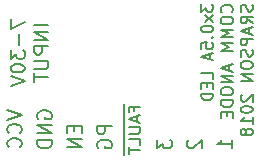
<source format=gbo>
G04 #@! TF.GenerationSoftware,KiCad,Pcbnew,(5.0.1-3-g963ef8bb5)*
G04 #@! TF.CreationDate,2018-11-10T18:30:21+10:30*
G04 #@! TF.ProjectId,rgb-led-board,7267622D6C65642D626F6172642E6B69,1.0*
G04 #@! TF.SameCoordinates,Original*
G04 #@! TF.FileFunction,Legend,Bot*
G04 #@! TF.FilePolarity,Positive*
%FSLAX46Y46*%
G04 Gerber Fmt 4.6, Leading zero omitted, Abs format (unit mm)*
G04 Created by KiCad (PCBNEW (5.0.1-3-g963ef8bb5)) date Saturday, 10 November 2018 at 06:30:21 pm*
%MOMM*%
%LPD*%
G01*
G04 APERTURE LIST*
%ADD10C,0.180000*%
%ADD11C,0.200000*%
G04 APERTURE END LIST*
D10*
X141472880Y-58616357D02*
X141472880Y-59235404D01*
X141853833Y-58902071D01*
X141853833Y-59044928D01*
X141901452Y-59140166D01*
X141949071Y-59187785D01*
X142044309Y-59235404D01*
X142282404Y-59235404D01*
X142377642Y-59187785D01*
X142425261Y-59140166D01*
X142472880Y-59044928D01*
X142472880Y-58759214D01*
X142425261Y-58663976D01*
X142377642Y-58616357D01*
X142472880Y-59568738D02*
X141806214Y-60092547D01*
X141806214Y-59568738D02*
X142472880Y-60092547D01*
X141472880Y-60663976D02*
X141472880Y-60759214D01*
X141520500Y-60854452D01*
X141568119Y-60902071D01*
X141663357Y-60949690D01*
X141853833Y-60997309D01*
X142091928Y-60997309D01*
X142282404Y-60949690D01*
X142377642Y-60902071D01*
X142425261Y-60854452D01*
X142472880Y-60759214D01*
X142472880Y-60663976D01*
X142425261Y-60568738D01*
X142377642Y-60521119D01*
X142282404Y-60473500D01*
X142091928Y-60425880D01*
X141853833Y-60425880D01*
X141663357Y-60473500D01*
X141568119Y-60521119D01*
X141520500Y-60568738D01*
X141472880Y-60663976D01*
X142377642Y-61425880D02*
X142425261Y-61473500D01*
X142472880Y-61425880D01*
X142425261Y-61378261D01*
X142377642Y-61425880D01*
X142472880Y-61425880D01*
X141472880Y-62378261D02*
X141472880Y-61902071D01*
X141949071Y-61854452D01*
X141901452Y-61902071D01*
X141853833Y-61997309D01*
X141853833Y-62235404D01*
X141901452Y-62330642D01*
X141949071Y-62378261D01*
X142044309Y-62425880D01*
X142282404Y-62425880D01*
X142377642Y-62378261D01*
X142425261Y-62330642D01*
X142472880Y-62235404D01*
X142472880Y-61997309D01*
X142425261Y-61902071D01*
X142377642Y-61854452D01*
X142187166Y-62806833D02*
X142187166Y-63283023D01*
X142472880Y-62711595D02*
X141472880Y-63044928D01*
X142472880Y-63378261D01*
X142472880Y-64949690D02*
X142472880Y-64473500D01*
X141472880Y-64473500D01*
X141949071Y-65283023D02*
X141949071Y-65616357D01*
X142472880Y-65759214D02*
X142472880Y-65283023D01*
X141472880Y-65283023D01*
X141472880Y-65759214D01*
X142472880Y-66187785D02*
X141472880Y-66187785D01*
X141472880Y-66425880D01*
X141520500Y-66568738D01*
X141615738Y-66663976D01*
X141710976Y-66711595D01*
X141901452Y-66759214D01*
X142044309Y-66759214D01*
X142234785Y-66711595D01*
X142330023Y-66663976D01*
X142425261Y-66568738D01*
X142472880Y-66425880D01*
X142472880Y-66187785D01*
X144057642Y-59283023D02*
X144105261Y-59235404D01*
X144152880Y-59092547D01*
X144152880Y-58997309D01*
X144105261Y-58854452D01*
X144010023Y-58759214D01*
X143914785Y-58711595D01*
X143724309Y-58663976D01*
X143581452Y-58663976D01*
X143390976Y-58711595D01*
X143295738Y-58759214D01*
X143200500Y-58854452D01*
X143152880Y-58997309D01*
X143152880Y-59092547D01*
X143200500Y-59235404D01*
X143248119Y-59283023D01*
X143152880Y-59902071D02*
X143152880Y-60092547D01*
X143200500Y-60187785D01*
X143295738Y-60283023D01*
X143486214Y-60330642D01*
X143819547Y-60330642D01*
X144010023Y-60283023D01*
X144105261Y-60187785D01*
X144152880Y-60092547D01*
X144152880Y-59902071D01*
X144105261Y-59806833D01*
X144010023Y-59711595D01*
X143819547Y-59663976D01*
X143486214Y-59663976D01*
X143295738Y-59711595D01*
X143200500Y-59806833D01*
X143152880Y-59902071D01*
X144152880Y-60759214D02*
X143152880Y-60759214D01*
X143867166Y-61092547D01*
X143152880Y-61425880D01*
X144152880Y-61425880D01*
X144152880Y-61902071D02*
X143152880Y-61902071D01*
X143867166Y-62235404D01*
X143152880Y-62568738D01*
X144152880Y-62568738D01*
X143867166Y-63759214D02*
X143867166Y-64235404D01*
X144152880Y-63663976D02*
X143152880Y-63997309D01*
X144152880Y-64330642D01*
X144152880Y-64663976D02*
X143152880Y-64663976D01*
X144152880Y-65235404D01*
X143152880Y-65235404D01*
X143152880Y-65902071D02*
X143152880Y-66092547D01*
X143200500Y-66187785D01*
X143295738Y-66283023D01*
X143486214Y-66330642D01*
X143819547Y-66330642D01*
X144010023Y-66283023D01*
X144105261Y-66187785D01*
X144152880Y-66092547D01*
X144152880Y-65902071D01*
X144105261Y-65806833D01*
X144010023Y-65711595D01*
X143819547Y-65663976D01*
X143486214Y-65663976D01*
X143295738Y-65711595D01*
X143200500Y-65806833D01*
X143152880Y-65902071D01*
X144152880Y-66759214D02*
X143152880Y-66759214D01*
X143152880Y-66997309D01*
X143200500Y-67140166D01*
X143295738Y-67235404D01*
X143390976Y-67283023D01*
X143581452Y-67330642D01*
X143724309Y-67330642D01*
X143914785Y-67283023D01*
X144010023Y-67235404D01*
X144105261Y-67140166D01*
X144152880Y-66997309D01*
X144152880Y-66759214D01*
X143629071Y-67759214D02*
X143629071Y-68092547D01*
X144152880Y-68235404D02*
X144152880Y-67759214D01*
X143152880Y-67759214D01*
X143152880Y-68235404D01*
X145785261Y-58663976D02*
X145832880Y-58806833D01*
X145832880Y-59044928D01*
X145785261Y-59140166D01*
X145737642Y-59187785D01*
X145642404Y-59235404D01*
X145547166Y-59235404D01*
X145451928Y-59187785D01*
X145404309Y-59140166D01*
X145356690Y-59044928D01*
X145309071Y-58854452D01*
X145261452Y-58759214D01*
X145213833Y-58711595D01*
X145118595Y-58663976D01*
X145023357Y-58663976D01*
X144928119Y-58711595D01*
X144880500Y-58759214D01*
X144832880Y-58854452D01*
X144832880Y-59092547D01*
X144880500Y-59235404D01*
X145832880Y-60235404D02*
X145356690Y-59902071D01*
X145832880Y-59663976D02*
X144832880Y-59663976D01*
X144832880Y-60044928D01*
X144880500Y-60140166D01*
X144928119Y-60187785D01*
X145023357Y-60235404D01*
X145166214Y-60235404D01*
X145261452Y-60187785D01*
X145309071Y-60140166D01*
X145356690Y-60044928D01*
X145356690Y-59663976D01*
X145547166Y-60616357D02*
X145547166Y-61092547D01*
X145832880Y-60521119D02*
X144832880Y-60854452D01*
X145832880Y-61187785D01*
X145832880Y-61521119D02*
X144832880Y-61521119D01*
X144832880Y-61902071D01*
X144880500Y-61997309D01*
X144928119Y-62044928D01*
X145023357Y-62092547D01*
X145166214Y-62092547D01*
X145261452Y-62044928D01*
X145309071Y-61997309D01*
X145356690Y-61902071D01*
X145356690Y-61521119D01*
X145785261Y-62473500D02*
X145832880Y-62616357D01*
X145832880Y-62854452D01*
X145785261Y-62949690D01*
X145737642Y-62997309D01*
X145642404Y-63044928D01*
X145547166Y-63044928D01*
X145451928Y-62997309D01*
X145404309Y-62949690D01*
X145356690Y-62854452D01*
X145309071Y-62663976D01*
X145261452Y-62568738D01*
X145213833Y-62521119D01*
X145118595Y-62473500D01*
X145023357Y-62473500D01*
X144928119Y-62521119D01*
X144880500Y-62568738D01*
X144832880Y-62663976D01*
X144832880Y-62902071D01*
X144880500Y-63044928D01*
X144832880Y-63663976D02*
X144832880Y-63854452D01*
X144880500Y-63949690D01*
X144975738Y-64044928D01*
X145166214Y-64092547D01*
X145499547Y-64092547D01*
X145690023Y-64044928D01*
X145785261Y-63949690D01*
X145832880Y-63854452D01*
X145832880Y-63663976D01*
X145785261Y-63568738D01*
X145690023Y-63473500D01*
X145499547Y-63425880D01*
X145166214Y-63425880D01*
X144975738Y-63473500D01*
X144880500Y-63568738D01*
X144832880Y-63663976D01*
X145832880Y-64521119D02*
X144832880Y-64521119D01*
X145832880Y-65092547D01*
X144832880Y-65092547D01*
X144928119Y-66283023D02*
X144880500Y-66330642D01*
X144832880Y-66425880D01*
X144832880Y-66663976D01*
X144880500Y-66759214D01*
X144928119Y-66806833D01*
X145023357Y-66854452D01*
X145118595Y-66854452D01*
X145261452Y-66806833D01*
X145832880Y-66235404D01*
X145832880Y-66854452D01*
X144832880Y-67473500D02*
X144832880Y-67568738D01*
X144880500Y-67663976D01*
X144928119Y-67711595D01*
X145023357Y-67759214D01*
X145213833Y-67806833D01*
X145451928Y-67806833D01*
X145642404Y-67759214D01*
X145737642Y-67711595D01*
X145785261Y-67663976D01*
X145832880Y-67568738D01*
X145832880Y-67473500D01*
X145785261Y-67378261D01*
X145737642Y-67330642D01*
X145642404Y-67283023D01*
X145451928Y-67235404D01*
X145213833Y-67235404D01*
X145023357Y-67283023D01*
X144928119Y-67330642D01*
X144880500Y-67378261D01*
X144832880Y-67473500D01*
X145832880Y-68759214D02*
X145832880Y-68187785D01*
X145832880Y-68473500D02*
X144832880Y-68473500D01*
X144975738Y-68378261D01*
X145070976Y-68283023D01*
X145118595Y-68187785D01*
X145261452Y-69330642D02*
X145213833Y-69235404D01*
X145166214Y-69187785D01*
X145070976Y-69140166D01*
X145023357Y-69140166D01*
X144928119Y-69187785D01*
X144880500Y-69235404D01*
X144832880Y-69330642D01*
X144832880Y-69521119D01*
X144880500Y-69616357D01*
X144928119Y-69663976D01*
X145023357Y-69711595D01*
X145070976Y-69711595D01*
X145166214Y-69663976D01*
X145213833Y-69616357D01*
X145261452Y-69521119D01*
X145261452Y-69330642D01*
X145309071Y-69235404D01*
X145356690Y-69187785D01*
X145451928Y-69140166D01*
X145642404Y-69140166D01*
X145737642Y-69187785D01*
X145785261Y-69235404D01*
X145832880Y-69330642D01*
X145832880Y-69521119D01*
X145785261Y-69616357D01*
X145737642Y-69663976D01*
X145642404Y-69711595D01*
X145451928Y-69711595D01*
X145356690Y-69663976D01*
X145309071Y-69616357D01*
X145261452Y-69521119D01*
D11*
X125342857Y-59874500D02*
X125342857Y-60674500D01*
X126542857Y-60160214D01*
X126085714Y-61131642D02*
X126085714Y-62045928D01*
X125342857Y-62503071D02*
X125342857Y-63245928D01*
X125800000Y-62845928D01*
X125800000Y-63017357D01*
X125857142Y-63131642D01*
X125914285Y-63188785D01*
X126028571Y-63245928D01*
X126314285Y-63245928D01*
X126428571Y-63188785D01*
X126485714Y-63131642D01*
X126542857Y-63017357D01*
X126542857Y-62674500D01*
X126485714Y-62560214D01*
X126428571Y-62503071D01*
X125342857Y-63988785D02*
X125342857Y-64103071D01*
X125400000Y-64217357D01*
X125457142Y-64274500D01*
X125571428Y-64331642D01*
X125800000Y-64388785D01*
X126085714Y-64388785D01*
X126314285Y-64331642D01*
X126428571Y-64274500D01*
X126485714Y-64217357D01*
X126542857Y-64103071D01*
X126542857Y-63988785D01*
X126485714Y-63874500D01*
X126428571Y-63817357D01*
X126314285Y-63760214D01*
X126085714Y-63703071D01*
X125800000Y-63703071D01*
X125571428Y-63760214D01*
X125457142Y-63817357D01*
X125400000Y-63874500D01*
X125342857Y-63988785D01*
X125342857Y-64731642D02*
X126542857Y-65131642D01*
X125342857Y-65531642D01*
X128542857Y-60360214D02*
X127342857Y-60360214D01*
X128542857Y-60931642D02*
X127342857Y-60931642D01*
X128542857Y-61617357D01*
X127342857Y-61617357D01*
X128542857Y-62188785D02*
X127342857Y-62188785D01*
X127342857Y-62645928D01*
X127400000Y-62760214D01*
X127457142Y-62817357D01*
X127571428Y-62874500D01*
X127742857Y-62874500D01*
X127857142Y-62817357D01*
X127914285Y-62760214D01*
X127971428Y-62645928D01*
X127971428Y-62188785D01*
X127342857Y-63388785D02*
X128314285Y-63388785D01*
X128428571Y-63445928D01*
X128485714Y-63503071D01*
X128542857Y-63617357D01*
X128542857Y-63845928D01*
X128485714Y-63960214D01*
X128428571Y-64017357D01*
X128314285Y-64074500D01*
X127342857Y-64074500D01*
X127342857Y-64474500D02*
X127342857Y-65160214D01*
X128542857Y-64817357D02*
X127342857Y-64817357D01*
X144052857Y-70827857D02*
X144052857Y-70142142D01*
X144052857Y-70485000D02*
X142852857Y-70485000D01*
X143024285Y-70370714D01*
X143138571Y-70256428D01*
X143195714Y-70142142D01*
X140427142Y-70142142D02*
X140370000Y-70199285D01*
X140312857Y-70313571D01*
X140312857Y-70599285D01*
X140370000Y-70713571D01*
X140427142Y-70770714D01*
X140541428Y-70827857D01*
X140655714Y-70827857D01*
X140827142Y-70770714D01*
X141512857Y-70085000D01*
X141512857Y-70827857D01*
X137772857Y-70085000D02*
X137772857Y-70827857D01*
X138230000Y-70427857D01*
X138230000Y-70599285D01*
X138287142Y-70713571D01*
X138344285Y-70770714D01*
X138458571Y-70827857D01*
X138744285Y-70827857D01*
X138858571Y-70770714D01*
X138915714Y-70713571D01*
X138972857Y-70599285D01*
X138972857Y-70256428D01*
X138915714Y-70142142D01*
X138858571Y-70085000D01*
X134910000Y-67048333D02*
X134910000Y-67905476D01*
X135818571Y-67619761D02*
X135818571Y-67286428D01*
X136342380Y-67286428D02*
X135342380Y-67286428D01*
X135342380Y-67762619D01*
X134910000Y-67905476D02*
X134910000Y-68762619D01*
X136056666Y-68095952D02*
X136056666Y-68572142D01*
X136342380Y-68000714D02*
X135342380Y-68334047D01*
X136342380Y-68667380D01*
X134910000Y-68762619D02*
X134910000Y-69810238D01*
X135342380Y-69000714D02*
X136151904Y-69000714D01*
X136247142Y-69048333D01*
X136294761Y-69095952D01*
X136342380Y-69191190D01*
X136342380Y-69381666D01*
X136294761Y-69476904D01*
X136247142Y-69524523D01*
X136151904Y-69572142D01*
X135342380Y-69572142D01*
X134910000Y-69810238D02*
X134910000Y-70619761D01*
X136342380Y-70524523D02*
X136342380Y-70048333D01*
X135342380Y-70048333D01*
X134910000Y-70619761D02*
X134910000Y-71381666D01*
X135342380Y-70715000D02*
X135342380Y-71286428D01*
X136342380Y-71000714D02*
X135342380Y-71000714D01*
X133892857Y-68935714D02*
X132692857Y-68935714D01*
X132692857Y-69392857D01*
X132750000Y-69507142D01*
X132807142Y-69564285D01*
X132921428Y-69621428D01*
X133092857Y-69621428D01*
X133207142Y-69564285D01*
X133264285Y-69507142D01*
X133321428Y-69392857D01*
X133321428Y-68935714D01*
X132750000Y-70764285D02*
X132692857Y-70650000D01*
X132692857Y-70478571D01*
X132750000Y-70307142D01*
X132864285Y-70192857D01*
X132978571Y-70135714D01*
X133207142Y-70078571D01*
X133378571Y-70078571D01*
X133607142Y-70135714D01*
X133721428Y-70192857D01*
X133835714Y-70307142D01*
X133892857Y-70478571D01*
X133892857Y-70592857D01*
X133835714Y-70764285D01*
X133778571Y-70821428D01*
X133378571Y-70821428D01*
X133378571Y-70592857D01*
X130724285Y-68964285D02*
X130724285Y-69364285D01*
X131352857Y-69535714D02*
X131352857Y-68964285D01*
X130152857Y-68964285D01*
X130152857Y-69535714D01*
X131352857Y-70050000D02*
X130152857Y-70050000D01*
X131352857Y-70735714D01*
X130152857Y-70735714D01*
X127670000Y-68300714D02*
X127612857Y-68186428D01*
X127612857Y-68015000D01*
X127670000Y-67843571D01*
X127784285Y-67729285D01*
X127898571Y-67672142D01*
X128127142Y-67615000D01*
X128298571Y-67615000D01*
X128527142Y-67672142D01*
X128641428Y-67729285D01*
X128755714Y-67843571D01*
X128812857Y-68015000D01*
X128812857Y-68129285D01*
X128755714Y-68300714D01*
X128698571Y-68357857D01*
X128298571Y-68357857D01*
X128298571Y-68129285D01*
X128812857Y-68872142D02*
X127612857Y-68872142D01*
X128812857Y-69557857D01*
X127612857Y-69557857D01*
X128812857Y-70129285D02*
X127612857Y-70129285D01*
X127612857Y-70415000D01*
X127670000Y-70586428D01*
X127784285Y-70700714D01*
X127898571Y-70757857D01*
X128127142Y-70815000D01*
X128298571Y-70815000D01*
X128527142Y-70757857D01*
X128641428Y-70700714D01*
X128755714Y-70586428D01*
X128812857Y-70415000D01*
X128812857Y-70129285D01*
X125072857Y-67615000D02*
X126272857Y-68015000D01*
X125072857Y-68415000D01*
X126158571Y-69500714D02*
X126215714Y-69443571D01*
X126272857Y-69272142D01*
X126272857Y-69157857D01*
X126215714Y-68986428D01*
X126101428Y-68872142D01*
X125987142Y-68815000D01*
X125758571Y-68757857D01*
X125587142Y-68757857D01*
X125358571Y-68815000D01*
X125244285Y-68872142D01*
X125130000Y-68986428D01*
X125072857Y-69157857D01*
X125072857Y-69272142D01*
X125130000Y-69443571D01*
X125187142Y-69500714D01*
X126158571Y-70700714D02*
X126215714Y-70643571D01*
X126272857Y-70472142D01*
X126272857Y-70357857D01*
X126215714Y-70186428D01*
X126101428Y-70072142D01*
X125987142Y-70015000D01*
X125758571Y-69957857D01*
X125587142Y-69957857D01*
X125358571Y-70015000D01*
X125244285Y-70072142D01*
X125130000Y-70186428D01*
X125072857Y-70357857D01*
X125072857Y-70472142D01*
X125130000Y-70643571D01*
X125187142Y-70700714D01*
M02*

</source>
